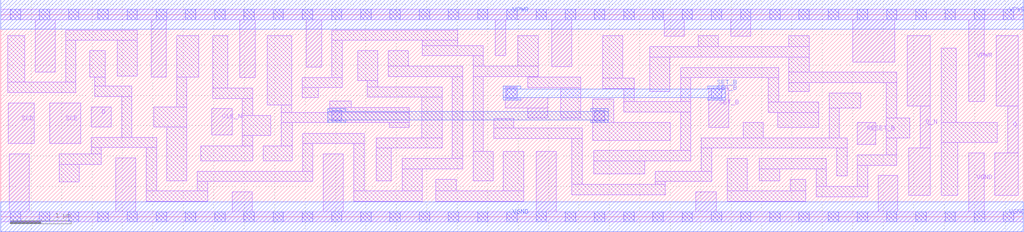
<source format=lef>
# Copyright 2020 The SkyWater PDK Authors
#
# Licensed under the Apache License, Version 2.0 (the "License");
# you may not use this file except in compliance with the License.
# You may obtain a copy of the License at
#
#     https://www.apache.org/licenses/LICENSE-2.0
#
# Unless required by applicable law or agreed to in writing, software
# distributed under the License is distributed on an "AS IS" BASIS,
# WITHOUT WARRANTIES OR CONDITIONS OF ANY KIND, either express or implied.
# See the License for the specific language governing permissions and
# limitations under the License.
#
# SPDX-License-Identifier: Apache-2.0

VERSION 5.7 ;
  NAMESCASESENSITIVE ON ;
  NOWIREEXTENSIONATPIN ON ;
  DIVIDERCHAR "/" ;
  BUSBITCHARS "[]" ;
UNITS
  DATABASE MICRONS 200 ;
END UNITS
MACRO sky130_fd_sc_ms__sdfbbn_1
  CLASS CORE ;
  SOURCE USER ;
  FOREIGN sky130_fd_sc_ms__sdfbbn_1 ;
  ORIGIN  0.000000  0.000000 ;
  SIZE  16.80000 BY  3.330000 ;
  SYMMETRY X Y ;
  SITE unit ;
  PIN D
    ANTENNAGATEAREA  0.178200 ;
    DIRECTION INPUT ;
    USE SIGNAL ;
    PORT
      LAYER li1 ;
        RECT 1.485000 1.480000 1.815000 1.810000 ;
    END
  END D
  PIN Q
    ANTENNADIFFAREA  0.524500 ;
    DIRECTION OUTPUT ;
    USE SIGNAL ;
    PORT
      LAYER li1 ;
        RECT 16.335000 0.350000 16.715000 1.050000 ;
        RECT 16.355000 1.820000 16.715000 2.980000 ;
        RECT 16.545000 1.050000 16.715000 1.820000 ;
    END
  END Q
  PIN Q_N
    ANTENNADIFFAREA  0.524500 ;
    DIRECTION OUTPUT ;
    USE SIGNAL ;
    PORT
      LAYER li1 ;
        RECT 14.890000 1.820000 15.275000 2.980000 ;
        RECT 14.915000 0.350000 15.275000 1.130000 ;
        RECT 15.105000 1.130000 15.275000 1.820000 ;
    END
  END Q_N
  PIN RESET_B
    ANTENNAGATEAREA  0.178200 ;
    DIRECTION INPUT ;
    USE SIGNAL ;
    PORT
      LAYER li1 ;
        RECT 14.075000 1.190000 14.380000 1.550000 ;
    END
  END RESET_B
  PIN SCD
    ANTENNAGATEAREA  0.178200 ;
    DIRECTION INPUT ;
    USE SIGNAL ;
    PORT
      LAYER li1 ;
        RECT 0.125000 1.205000 0.550000 1.875000 ;
    END
  END SCD
  PIN SCE
    ANTENNAGATEAREA  0.356400 ;
    DIRECTION INPUT ;
    USE SIGNAL ;
    PORT
      LAYER li1 ;
        RECT 0.805000 1.205000 1.315000 1.875000 ;
    END
  END SCE
  PIN SET_B
    ANTENNAGATEAREA  0.524700 ;
    DIRECTION INPUT ;
    USE SIGNAL ;
    PORT
      LAYER li1 ;
        RECT  8.285000 1.790000  8.990000 1.960000 ;
        RECT  8.285000 1.960000  8.490000 2.140000 ;
        RECT  8.660000 1.630000  8.990000 1.790000 ;
        RECT 11.630000 1.470000 11.960000 2.120000 ;
      LAYER mcon ;
        RECT  8.315000 1.950000  8.485000 2.120000 ;
        RECT 11.675000 1.950000 11.845000 2.120000 ;
      LAYER met1 ;
        RECT  8.255000 1.920000  8.545000 1.965000 ;
        RECT  8.255000 1.965000 11.905000 2.105000 ;
        RECT  8.255000 2.105000  8.545000 2.150000 ;
        RECT 11.615000 1.920000 11.905000 1.965000 ;
        RECT 11.615000 2.105000 11.905000 2.150000 ;
    END
  END SET_B
  PIN CLK_N
    ANTENNAGATEAREA  0.312600 ;
    DIRECTION INPUT ;
    USE CLOCK ;
    PORT
      LAYER li1 ;
        RECT 3.470000 1.350000 3.800000 1.780000 ;
    END
  END CLK_N
  PIN VGND
    DIRECTION INOUT ;
    USE GROUND ;
    PORT
      LAYER li1 ;
        RECT  0.000000 -0.085000 16.800000 0.085000 ;
        RECT  0.140000  0.085000  0.470000 1.035000 ;
        RECT  1.890000  0.085000  2.220000 0.970000 ;
        RECT  3.800000  0.085000  4.130000 0.410000 ;
        RECT  5.300000  0.085000  5.630000 1.035000 ;
        RECT  8.795000  0.085000  9.125000 1.080000 ;
        RECT 11.415000  0.085000 11.755000 0.410000 ;
        RECT 14.415000  0.085000 14.735000 0.680000 ;
        RECT 15.905000  0.085000 16.155000 1.050000 ;
      LAYER mcon ;
        RECT  0.155000 -0.085000  0.325000 0.085000 ;
        RECT  0.635000 -0.085000  0.805000 0.085000 ;
        RECT  1.115000 -0.085000  1.285000 0.085000 ;
        RECT  1.595000 -0.085000  1.765000 0.085000 ;
        RECT  2.075000 -0.085000  2.245000 0.085000 ;
        RECT  2.555000 -0.085000  2.725000 0.085000 ;
        RECT  3.035000 -0.085000  3.205000 0.085000 ;
        RECT  3.515000 -0.085000  3.685000 0.085000 ;
        RECT  3.995000 -0.085000  4.165000 0.085000 ;
        RECT  4.475000 -0.085000  4.645000 0.085000 ;
        RECT  4.955000 -0.085000  5.125000 0.085000 ;
        RECT  5.435000 -0.085000  5.605000 0.085000 ;
        RECT  5.915000 -0.085000  6.085000 0.085000 ;
        RECT  6.395000 -0.085000  6.565000 0.085000 ;
        RECT  6.875000 -0.085000  7.045000 0.085000 ;
        RECT  7.355000 -0.085000  7.525000 0.085000 ;
        RECT  7.835000 -0.085000  8.005000 0.085000 ;
        RECT  8.315000 -0.085000  8.485000 0.085000 ;
        RECT  8.795000 -0.085000  8.965000 0.085000 ;
        RECT  9.275000 -0.085000  9.445000 0.085000 ;
        RECT  9.755000 -0.085000  9.925000 0.085000 ;
        RECT 10.235000 -0.085000 10.405000 0.085000 ;
        RECT 10.715000 -0.085000 10.885000 0.085000 ;
        RECT 11.195000 -0.085000 11.365000 0.085000 ;
        RECT 11.675000 -0.085000 11.845000 0.085000 ;
        RECT 12.155000 -0.085000 12.325000 0.085000 ;
        RECT 12.635000 -0.085000 12.805000 0.085000 ;
        RECT 13.115000 -0.085000 13.285000 0.085000 ;
        RECT 13.595000 -0.085000 13.765000 0.085000 ;
        RECT 14.075000 -0.085000 14.245000 0.085000 ;
        RECT 14.555000 -0.085000 14.725000 0.085000 ;
        RECT 15.035000 -0.085000 15.205000 0.085000 ;
        RECT 15.515000 -0.085000 15.685000 0.085000 ;
        RECT 15.995000 -0.085000 16.165000 0.085000 ;
        RECT 16.475000 -0.085000 16.645000 0.085000 ;
      LAYER met1 ;
        RECT 0.000000 -0.245000 16.800000 0.245000 ;
    END
  END VGND
  PIN VPWR
    DIRECTION INOUT ;
    USE POWER ;
    PORT
      LAYER li1 ;
        RECT  0.000000 3.245000 16.800000 3.415000 ;
        RECT  0.565000 2.385000  0.895000 3.245000 ;
        RECT  2.470000 2.300000  2.720000 3.245000 ;
        RECT  3.930000 2.290000  4.180000 3.245000 ;
        RECT  5.020000 2.465000  5.270000 3.245000 ;
        RECT  8.125000 2.650000  8.295000 3.245000 ;
        RECT  9.050000 2.470000  9.380000 3.245000 ;
        RECT 10.900000 2.970000 11.230000 3.245000 ;
        RECT 11.995000 2.970000 12.325000 3.245000 ;
        RECT 14.000000 2.550000 14.690000 3.245000 ;
        RECT 15.905000 1.900000 16.155000 3.245000 ;
      LAYER mcon ;
        RECT  0.155000 3.245000  0.325000 3.415000 ;
        RECT  0.635000 3.245000  0.805000 3.415000 ;
        RECT  1.115000 3.245000  1.285000 3.415000 ;
        RECT  1.595000 3.245000  1.765000 3.415000 ;
        RECT  2.075000 3.245000  2.245000 3.415000 ;
        RECT  2.555000 3.245000  2.725000 3.415000 ;
        RECT  3.035000 3.245000  3.205000 3.415000 ;
        RECT  3.515000 3.245000  3.685000 3.415000 ;
        RECT  3.995000 3.245000  4.165000 3.415000 ;
        RECT  4.475000 3.245000  4.645000 3.415000 ;
        RECT  4.955000 3.245000  5.125000 3.415000 ;
        RECT  5.435000 3.245000  5.605000 3.415000 ;
        RECT  5.915000 3.245000  6.085000 3.415000 ;
        RECT  6.395000 3.245000  6.565000 3.415000 ;
        RECT  6.875000 3.245000  7.045000 3.415000 ;
        RECT  7.355000 3.245000  7.525000 3.415000 ;
        RECT  7.835000 3.245000  8.005000 3.415000 ;
        RECT  8.315000 3.245000  8.485000 3.415000 ;
        RECT  8.795000 3.245000  8.965000 3.415000 ;
        RECT  9.275000 3.245000  9.445000 3.415000 ;
        RECT  9.755000 3.245000  9.925000 3.415000 ;
        RECT 10.235000 3.245000 10.405000 3.415000 ;
        RECT 10.715000 3.245000 10.885000 3.415000 ;
        RECT 11.195000 3.245000 11.365000 3.415000 ;
        RECT 11.675000 3.245000 11.845000 3.415000 ;
        RECT 12.155000 3.245000 12.325000 3.415000 ;
        RECT 12.635000 3.245000 12.805000 3.415000 ;
        RECT 13.115000 3.245000 13.285000 3.415000 ;
        RECT 13.595000 3.245000 13.765000 3.415000 ;
        RECT 14.075000 3.245000 14.245000 3.415000 ;
        RECT 14.555000 3.245000 14.725000 3.415000 ;
        RECT 15.035000 3.245000 15.205000 3.415000 ;
        RECT 15.515000 3.245000 15.685000 3.415000 ;
        RECT 15.995000 3.245000 16.165000 3.415000 ;
        RECT 16.475000 3.245000 16.645000 3.415000 ;
      LAYER met1 ;
        RECT 0.000000 3.085000 16.800000 3.575000 ;
    END
  END VPWR
  OBS
    LAYER li1 ;
      RECT  0.115000 2.045000  1.235000 2.215000 ;
      RECT  0.115000 2.215000  0.395000 2.980000 ;
      RECT  0.960000 0.575000  1.290000 0.865000 ;
      RECT  0.960000 0.865000  1.655000 1.035000 ;
      RECT  1.065000 2.215000  1.235000 2.905000 ;
      RECT  1.065000 2.905000  2.245000 3.075000 ;
      RECT  1.465000 2.300000  1.715000 2.735000 ;
      RECT  1.485000 1.035000  1.655000 1.140000 ;
      RECT  1.485000 1.140000  2.560000 1.310000 ;
      RECT  1.545000 1.980000  2.155000 2.150000 ;
      RECT  1.545000 2.150000  1.715000 2.300000 ;
      RECT  1.915000 2.320000  2.245000 2.905000 ;
      RECT  1.985000 1.310000  2.155000 1.980000 ;
      RECT  2.390000 0.255000  3.400000 0.425000 ;
      RECT  2.390000 0.425000  2.560000 1.140000 ;
      RECT  2.510000 1.480000  3.060000 1.810000 ;
      RECT  2.730000 0.595000  3.060000 1.480000 ;
      RECT  2.890000 1.810000  3.060000 2.300000 ;
      RECT  2.890000 2.300000  3.250000 2.980000 ;
      RECT  3.230000 0.425000  3.400000 0.580000 ;
      RECT  3.230000 0.580000  5.130000 0.750000 ;
      RECT  3.290000 0.920000  4.140000 1.170000 ;
      RECT  3.480000 1.950000  4.140000 2.120000 ;
      RECT  3.480000 2.120000  3.730000 2.980000 ;
      RECT  3.970000 1.170000  4.140000 1.340000 ;
      RECT  3.970000 1.340000  4.440000 1.670000 ;
      RECT  3.970000 1.670000  4.140000 1.950000 ;
      RECT  4.310000 0.920000  4.790000 1.170000 ;
      RECT  4.380000 1.840000  4.780000 2.980000 ;
      RECT  4.610000 1.170000  4.790000 1.550000 ;
      RECT  4.610000 1.550000  6.710000 1.720000 ;
      RECT  4.610000 1.720000  4.780000 1.840000 ;
      RECT  4.950000 1.965000  5.215000 2.125000 ;
      RECT  4.950000 2.125000  5.610000 2.295000 ;
      RECT  4.960000 0.750000  5.130000 1.205000 ;
      RECT  4.960000 1.205000  5.970000 1.375000 ;
      RECT  5.405000 1.720000  6.710000 1.800000 ;
      RECT  5.405000 1.800000  5.755000 1.905000 ;
      RECT  5.440000 2.295000  5.610000 2.905000 ;
      RECT  5.440000 2.905000  7.505000 3.075000 ;
      RECT  5.800000 0.255000  6.925000 0.425000 ;
      RECT  5.800000 0.425000  5.970000 1.205000 ;
      RECT  5.865000 2.245000  6.195000 2.735000 ;
      RECT  6.025000 1.970000  7.250000 2.140000 ;
      RECT  6.025000 2.140000  6.195000 2.245000 ;
      RECT  6.170000 0.595000  6.420000 1.130000 ;
      RECT  6.170000 1.130000  7.250000 1.300000 ;
      RECT  6.365000 2.310000  7.590000 2.480000 ;
      RECT  6.365000 2.480000  6.695000 2.735000 ;
      RECT  6.380000 1.470000  6.710000 1.550000 ;
      RECT  6.595000 0.425000  6.925000 0.790000 ;
      RECT  6.595000 0.790000  7.590000 0.960000 ;
      RECT  6.920000 1.300000  7.250000 1.970000 ;
      RECT  6.925000 2.650000  7.930000 2.820000 ;
      RECT  6.925000 2.820000  7.505000 2.905000 ;
      RECT  7.150000 0.255000  8.590000 0.425000 ;
      RECT  7.150000 0.425000  7.480000 0.620000 ;
      RECT  7.420000 0.960000  7.590000 2.310000 ;
      RECT  7.760000 0.595000  8.090000 1.080000 ;
      RECT  7.760000 1.080000  7.930000 2.310000 ;
      RECT  7.760000 2.310000  8.830000 2.480000 ;
      RECT  7.760000 2.480000  7.930000 2.650000 ;
      RECT  8.100000 1.290000  9.555000 1.460000 ;
      RECT  8.100000 1.460000  8.430000 1.620000 ;
      RECT  8.260000 0.425000  8.590000 1.080000 ;
      RECT  8.495000 2.480000  8.830000 2.980000 ;
      RECT  8.660000 2.130000  9.530000 2.300000 ;
      RECT  8.660000 2.300000  8.830000 2.310000 ;
      RECT  9.200000 1.630000  9.530000 2.130000 ;
      RECT  9.385000 0.365000 10.920000 0.535000 ;
      RECT  9.385000 0.535000  9.555000 1.290000 ;
      RECT  9.725000 1.260000 11.000000 1.555000 ;
      RECT  9.725000 1.555000 10.070000 1.940000 ;
      RECT  9.745000 0.705000 10.580000 0.920000 ;
      RECT  9.745000 0.920000 11.340000 1.090000 ;
      RECT  9.890000 2.110000 10.410000 2.280000 ;
      RECT  9.890000 2.280000 10.220000 2.980000 ;
      RECT 10.240000 1.725000 11.340000 1.895000 ;
      RECT 10.240000 1.895000 10.410000 2.110000 ;
      RECT 10.665000 2.065000 10.995000 2.630000 ;
      RECT 10.665000 2.630000 13.280000 2.800000 ;
      RECT 10.750000 0.535000 10.920000 0.580000 ;
      RECT 10.750000 0.580000 11.680000 0.750000 ;
      RECT 11.170000 1.090000 11.340000 1.725000 ;
      RECT 11.170000 1.895000 11.340000 2.290000 ;
      RECT 11.170000 2.290000 12.780000 2.460000 ;
      RECT 11.460000 2.800000 11.790000 2.980000 ;
      RECT 11.510000 0.750000 11.680000 1.130000 ;
      RECT 11.510000 1.130000 13.905000 1.300000 ;
      RECT 11.935000 0.255000 13.225000 0.425000 ;
      RECT 11.935000 0.425000 12.265000 0.960000 ;
      RECT 12.200000 1.300000 12.530000 1.550000 ;
      RECT 12.465000 0.595000 12.795000 0.790000 ;
      RECT 12.465000 0.790000 13.565000 0.960000 ;
      RECT 12.610000 1.720000 13.440000 1.890000 ;
      RECT 12.610000 1.890000 12.780000 2.290000 ;
      RECT 12.770000 1.470000 13.440000 1.720000 ;
      RECT 12.950000 2.060000 13.280000 2.210000 ;
      RECT 12.950000 2.210000 14.720000 2.380000 ;
      RECT 12.950000 2.380000 13.280000 2.630000 ;
      RECT 12.950000 2.800000 13.280000 2.980000 ;
      RECT 12.975000 0.425000 13.225000 0.620000 ;
      RECT 13.395000 0.330000 14.245000 0.500000 ;
      RECT 13.395000 0.500000 13.565000 0.790000 ;
      RECT 13.610000 1.300000 13.780000 1.790000 ;
      RECT 13.610000 1.790000 14.130000 2.040000 ;
      RECT 13.735000 0.670000 13.905000 1.130000 ;
      RECT 14.075000 0.500000 14.245000 0.850000 ;
      RECT 14.075000 0.850000 14.720000 1.020000 ;
      RECT 14.550000 1.020000 14.720000 1.300000 ;
      RECT 14.550000 1.300000 14.935000 1.630000 ;
      RECT 14.550000 1.630000 14.720000 2.210000 ;
      RECT 15.450000 0.350000 15.725000 1.220000 ;
      RECT 15.450000 1.220000 16.375000 1.550000 ;
      RECT 15.450000 1.550000 15.700000 2.780000 ;
    LAYER mcon ;
      RECT 5.435000 1.580000 5.605000 1.750000 ;
      RECT 9.755000 1.580000 9.925000 1.750000 ;
    LAYER met1 ;
      RECT 5.375000 1.550000 5.665000 1.595000 ;
      RECT 5.375000 1.595000 9.985000 1.735000 ;
      RECT 5.375000 1.735000 5.665000 1.780000 ;
      RECT 9.695000 1.550000 9.985000 1.595000 ;
      RECT 9.695000 1.735000 9.985000 1.780000 ;
  END
END sky130_fd_sc_ms__sdfbbn_1

</source>
